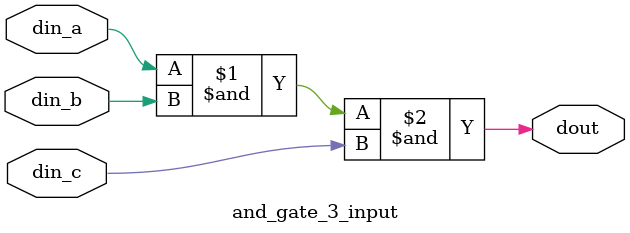
<source format=v>
`timescale 1ns/10ps

module and_gate_3_input(
    din_a,
    din_b,
    din_c,
    dout
);

input din_a, din_b, din_c;
output dout;

assign dout = din_a & din_b & din_c;

endmodule
</source>
